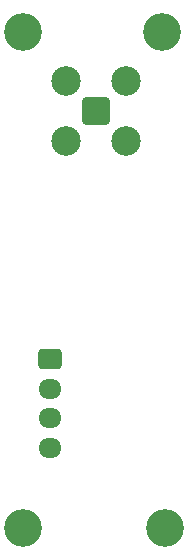
<source format=gbr>
%TF.GenerationSoftware,KiCad,Pcbnew,8.0.8*%
%TF.CreationDate,2025-02-07T05:59:22-05:00*%
%TF.ProjectId,SensorBoardNoMCU,53656e73-6f72-4426-9f61-72644e6f4d43,rev?*%
%TF.SameCoordinates,Original*%
%TF.FileFunction,Soldermask,Bot*%
%TF.FilePolarity,Negative*%
%FSLAX46Y46*%
G04 Gerber Fmt 4.6, Leading zero omitted, Abs format (unit mm)*
G04 Created by KiCad (PCBNEW 8.0.8) date 2025-02-07 05:59:22*
%MOMM*%
%LPD*%
G01*
G04 APERTURE LIST*
G04 Aperture macros list*
%AMRoundRect*
0 Rectangle with rounded corners*
0 $1 Rounding radius*
0 $2 $3 $4 $5 $6 $7 $8 $9 X,Y pos of 4 corners*
0 Add a 4 corners polygon primitive as box body*
4,1,4,$2,$3,$4,$5,$6,$7,$8,$9,$2,$3,0*
0 Add four circle primitives for the rounded corners*
1,1,$1+$1,$2,$3*
1,1,$1+$1,$4,$5*
1,1,$1+$1,$6,$7*
1,1,$1+$1,$8,$9*
0 Add four rect primitives between the rounded corners*
20,1,$1+$1,$2,$3,$4,$5,0*
20,1,$1+$1,$4,$5,$6,$7,0*
20,1,$1+$1,$6,$7,$8,$9,0*
20,1,$1+$1,$8,$9,$2,$3,0*%
G04 Aperture macros list end*
%ADD10C,3.200000*%
%ADD11RoundRect,0.200100X-0.949900X0.949900X-0.949900X-0.949900X0.949900X-0.949900X0.949900X0.949900X0*%
%ADD12C,2.500000*%
%ADD13RoundRect,0.250000X-0.725000X0.600000X-0.725000X-0.600000X0.725000X-0.600000X0.725000X0.600000X0*%
%ADD14O,1.950000X1.700000*%
G04 APERTURE END LIST*
D10*
%TO.C,H2*%
X92000000Y-56000000D03*
%TD*%
%TO.C,H4*%
X104000000Y-98000000D03*
%TD*%
D11*
%TO.C,J1*%
X98125000Y-62750000D03*
D12*
X100665000Y-60210000D03*
X95585000Y-60210000D03*
X100665000Y-65290000D03*
X95585000Y-65290000D03*
%TD*%
D10*
%TO.C,H3*%
X92000000Y-98000000D03*
%TD*%
D13*
%TO.C,J2*%
X94250000Y-83750000D03*
D14*
X94250000Y-86250000D03*
X94250000Y-88750000D03*
X94250000Y-91250000D03*
%TD*%
D10*
%TO.C,H1*%
X103750000Y-56000000D03*
%TD*%
M02*

</source>
